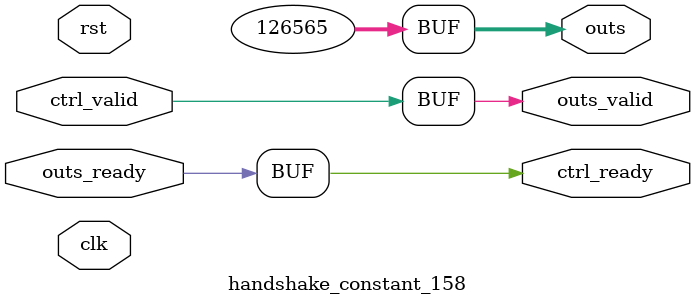
<source format=v>
`timescale 1ns / 1ps
module handshake_constant_158 #(
  parameter DATA_WIDTH = 32  // Default set to 32 bits
) (
  input                       clk,
  input                       rst,
  // Input Channel
  input                       ctrl_valid,
  output                      ctrl_ready,
  // Output Channel
  output [DATA_WIDTH - 1 : 0] outs,
  output                      outs_valid,
  input                       outs_ready
);
  assign outs       = 17'b11110111001100101;
  assign outs_valid = ctrl_valid;
  assign ctrl_ready = outs_ready;

endmodule

</source>
